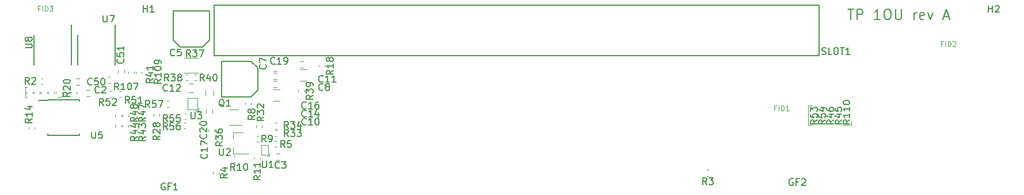
<source format=gbr>
G04 #@! TF.GenerationSoftware,KiCad,Pcbnew,(5.1.5)-3*
G04 #@! TF.CreationDate,2022-01-27T06:12:11+01:00*
G04 #@! TF.ProjectId,Riser Tioga Pass 1OU 1xPCIe x16,52697365-7220-4546-996f-676120506173,rev?*
G04 #@! TF.SameCoordinates,PX40f1fa0PY623a7c0*
G04 #@! TF.FileFunction,Legend,Top*
G04 #@! TF.FilePolarity,Positive*
%FSLAX46Y46*%
G04 Gerber Fmt 4.6, Leading zero omitted, Abs format (unit mm)*
G04 Created by KiCad (PCBNEW (5.1.5)-3) date 2022-01-27 06:12:11*
%MOMM*%
%LPD*%
G04 APERTURE LIST*
%ADD10C,0.120000*%
%ADD11C,0.200000*%
%ADD12C,0.150000*%
%ADD13C,0.075000*%
%ADD14C,0.125000*%
G04 APERTURE END LIST*
D10*
X103700000Y-12800000D02*
X103700000Y-12400000D01*
X103100000Y-13000000D02*
X102500000Y-13000000D01*
X97300000Y-13000000D02*
X97900000Y-13000000D01*
X97300000Y-12200000D02*
X97300000Y-13000000D01*
X97300000Y-10100000D02*
X97900000Y-10100000D01*
X97300000Y-10700000D02*
X97300000Y-10100000D01*
X103700000Y-13000000D02*
X103100000Y-13000000D01*
X103700000Y-12800000D02*
X103700000Y-13000000D01*
X97300000Y-10700000D02*
X97300000Y-12200000D01*
X-12400000Y-8800000D02*
X-13000000Y-8800000D01*
X-12400000Y-8600000D02*
X-12400000Y-8800000D01*
X-17800000Y-8900000D02*
X-17600000Y-8900000D01*
X-17800000Y-7400000D02*
X-17800000Y-8900000D01*
X-17600000Y-7400000D02*
X-17800000Y-7400000D01*
D11*
X103150000Y4121429D02*
X104007142Y4121429D01*
X103578571Y2621429D02*
X103578571Y4121429D01*
X104507142Y2621429D02*
X104507142Y4121429D01*
X105078571Y4121429D01*
X105221428Y4050000D01*
X105292857Y3978572D01*
X105364285Y3835715D01*
X105364285Y3621429D01*
X105292857Y3478572D01*
X105221428Y3407143D01*
X105078571Y3335715D01*
X104507142Y3335715D01*
X107935714Y2621429D02*
X107078571Y2621429D01*
X107507142Y2621429D02*
X107507142Y4121429D01*
X107364285Y3907143D01*
X107221428Y3764286D01*
X107078571Y3692858D01*
X108864285Y4121429D02*
X109150000Y4121429D01*
X109292857Y4050000D01*
X109435714Y3907143D01*
X109507142Y3621429D01*
X109507142Y3121429D01*
X109435714Y2835715D01*
X109292857Y2692858D01*
X109150000Y2621429D01*
X108864285Y2621429D01*
X108721428Y2692858D01*
X108578571Y2835715D01*
X108507142Y3121429D01*
X108507142Y3621429D01*
X108578571Y3907143D01*
X108721428Y4050000D01*
X108864285Y4121429D01*
X110150000Y4121429D02*
X110150000Y2907143D01*
X110221428Y2764286D01*
X110292857Y2692858D01*
X110435714Y2621429D01*
X110721428Y2621429D01*
X110864285Y2692858D01*
X110935714Y2764286D01*
X111007142Y2907143D01*
X111007142Y4121429D01*
X112864285Y2621429D02*
X112864285Y3621429D01*
X112864285Y3335715D02*
X112935714Y3478572D01*
X113007142Y3550000D01*
X113150000Y3621429D01*
X113292857Y3621429D01*
X114364285Y2692858D02*
X114221428Y2621429D01*
X113935714Y2621429D01*
X113792857Y2692858D01*
X113721428Y2835715D01*
X113721428Y3407143D01*
X113792857Y3550000D01*
X113935714Y3621429D01*
X114221428Y3621429D01*
X114364285Y3550000D01*
X114435714Y3407143D01*
X114435714Y3264286D01*
X113721428Y3121429D01*
X114935714Y3621429D02*
X115292857Y2621429D01*
X115650000Y3621429D01*
X117292857Y3050000D02*
X118007142Y3050000D01*
X117150000Y2621429D02*
X117650000Y4121429D01*
X118150000Y2621429D01*
D10*
X-4590000Y-12955000D02*
X-4590000Y-13195000D01*
X-3710000Y-13195000D02*
X-3710000Y-12955000D01*
X-2635000Y-11670000D02*
X-2635000Y-11430000D01*
X-3515000Y-11430000D02*
X-3515000Y-11670000D01*
X19550000Y-17230000D02*
X19050000Y-17230000D01*
X19050000Y-18170000D02*
X19550000Y-18170000D01*
X23100000Y-3580000D02*
X22600000Y-3580000D01*
X22600000Y-4520000D02*
X23100000Y-4520000D01*
X18650000Y-7370000D02*
X19150000Y-7370000D01*
X19150000Y-6430000D02*
X18650000Y-6430000D01*
X18650000Y-6170000D02*
X19150000Y-6170000D01*
X19150000Y-5230000D02*
X18650000Y-5230000D01*
X9720000Y-11200000D02*
X9720000Y-10700000D01*
X8780000Y-10700000D02*
X8780000Y-11200000D01*
X19150000Y-4030000D02*
X18650000Y-4030000D01*
X18650000Y-4970000D02*
X19150000Y-4970000D01*
X-10350000Y-7070000D02*
X-9850000Y-7070000D01*
X-9850000Y-6130000D02*
X-10350000Y-6130000D01*
X-4170000Y-4800000D02*
X-4170000Y-5300000D01*
X-3230000Y-5300000D02*
X-3230000Y-4800000D01*
X13525000Y-10640000D02*
X12125000Y-10640000D01*
X12125000Y-12960000D02*
X14025000Y-12960000D01*
X12740000Y-14070000D02*
X14200000Y-14070000D01*
X12740000Y-17230000D02*
X14900000Y-17230000D01*
X12740000Y-17230000D02*
X12740000Y-16300000D01*
X12740000Y-14070000D02*
X12740000Y-15000000D01*
D12*
X9905000Y4770000D02*
X98905000Y4770000D01*
X98905000Y-2730000D02*
X98905000Y4770000D01*
X9905000Y-2730000D02*
X98905000Y-2730000D01*
X9905000Y4770000D02*
X9905000Y-2730000D01*
D10*
X-8875000Y-8770000D02*
X-8375000Y-8770000D01*
X-8375000Y-7830000D02*
X-8875000Y-7830000D01*
D12*
X9250000Y3875000D02*
X9250000Y-425000D01*
X8250000Y-1425000D02*
X4950000Y-1425000D01*
X3950000Y3875000D02*
X3950000Y-425000D01*
X3950000Y3875000D02*
X9250000Y3875000D01*
X4950000Y-1425000D02*
X3950000Y-425000D01*
X9250000Y-425000D02*
X8250000Y-1425000D01*
X15350000Y-3525000D02*
X16350000Y-4525000D01*
X16350000Y-7825000D02*
X15350000Y-8825000D01*
X11050000Y-8825000D02*
X11050000Y-3525000D01*
X11050000Y-8825000D02*
X15350000Y-8825000D01*
X16350000Y-4525000D02*
X16350000Y-7825000D01*
X11050000Y-3525000D02*
X15350000Y-3525000D01*
D10*
X23550000Y-4775000D02*
X22550000Y-4775000D01*
X22550000Y-6475000D02*
X23550000Y-6475000D01*
X18600000Y-9450000D02*
X19600000Y-9450000D01*
X19600000Y-7750000D02*
X18600000Y-7750000D01*
X6200000Y-6900000D02*
X6900000Y-6900000D01*
X6900000Y-8100000D02*
X6200000Y-8100000D01*
X9850000Y-7900000D02*
X9850000Y-8600000D01*
X8650000Y-8600000D02*
X8650000Y-7900000D01*
X7550000Y-5220000D02*
X5550000Y-5220000D01*
X5550000Y-3080000D02*
X7550000Y-3080000D01*
D13*
X7459000Y-10687500D02*
X7459000Y-9012500D01*
X7459000Y-10687500D02*
X6041000Y-10687500D01*
X6041000Y-10687500D02*
X6041000Y-9012500D01*
X7459000Y-9012500D02*
X6041000Y-9012500D01*
X7650000Y-10450000D02*
X7650000Y-10800000D01*
X7650000Y-10800000D02*
X7650000Y-10850000D01*
X7650000Y-10850000D02*
X7200000Y-10850000D01*
D12*
X-14550000Y-9200000D02*
X-14550000Y-9325000D01*
X-9900000Y-9200000D02*
X-9900000Y-9425000D01*
X-9900000Y-14450000D02*
X-9900000Y-14225000D01*
X-14550000Y-14450000D02*
X-14550000Y-14225000D01*
X-14550000Y-9200000D02*
X-9900000Y-9200000D01*
X-14550000Y-14450000D02*
X-9900000Y-14450000D01*
X-14550000Y-9325000D02*
X-15900000Y-9325000D01*
X-4600000Y1875000D02*
X-4600000Y-4100000D01*
X-10125000Y300000D02*
X-10125000Y-4100000D01*
X-16575000Y300000D02*
X-16575000Y-4100000D01*
X-11050000Y1875000D02*
X-11050000Y-4100000D01*
D13*
X17900000Y-17350000D02*
X17900000Y-15950000D01*
X17900000Y-15950000D02*
X16900000Y-15950000D01*
X16900000Y-15950000D02*
X16900000Y-17350000D01*
X17900000Y-17350000D02*
X16900000Y-17350000D01*
X18050000Y-17150000D02*
X18050000Y-17500000D01*
X18050000Y-17500000D02*
X17700000Y-17500000D01*
D10*
X-15255000Y-6110000D02*
X-15495000Y-6110000D01*
X-15495000Y-6990000D02*
X-15255000Y-6990000D01*
X82430000Y-20490000D02*
X82670000Y-20490000D01*
X82670000Y-19610000D02*
X82430000Y-19610000D01*
X10615000Y-20120000D02*
X10615000Y-19880000D01*
X9735000Y-19880000D02*
X9735000Y-20120000D01*
X18830000Y-16190000D02*
X19070000Y-16190000D01*
X19070000Y-15310000D02*
X18830000Y-15310000D01*
X15365000Y-9895000D02*
X15365000Y-9655000D01*
X14485000Y-9655000D02*
X14485000Y-9895000D01*
X16470000Y-14535000D02*
X16230000Y-14535000D01*
X16230000Y-15415000D02*
X16470000Y-15415000D01*
X12780000Y-18490000D02*
X13020000Y-18490000D01*
X13020000Y-17610000D02*
X12780000Y-17610000D01*
X16715000Y-17995000D02*
X16715000Y-17755000D01*
X15835000Y-17755000D02*
X15835000Y-17995000D01*
X-17365000Y-13265000D02*
X-17365000Y-13505000D01*
X-16485000Y-13505000D02*
X-16485000Y-13265000D01*
X26190000Y-4370000D02*
X26190000Y-4130000D01*
X25310000Y-4130000D02*
X25310000Y-4370000D01*
X-11165000Y-8030000D02*
X-11165000Y-8270000D01*
X-10285000Y-8270000D02*
X-10285000Y-8030000D01*
X1915000Y-11570000D02*
X1915000Y-11330000D01*
X1035000Y-11330000D02*
X1035000Y-11570000D01*
X16965000Y-13295000D02*
X16965000Y-13055000D01*
X16085000Y-13055000D02*
X16085000Y-13295000D01*
X19145000Y-13760000D02*
X18905000Y-13760000D01*
X18905000Y-14640000D02*
X19145000Y-14640000D01*
X18905000Y-13540000D02*
X19145000Y-13540000D01*
X19145000Y-12660000D02*
X18905000Y-12660000D01*
X9085000Y-13655000D02*
X9085000Y-13895000D01*
X9965000Y-13895000D02*
X9965000Y-13655000D01*
X5805000Y-6365000D02*
X6045000Y-6365000D01*
X6045000Y-5485000D02*
X5805000Y-5485000D01*
X23215000Y-8070000D02*
X23215000Y-7830000D01*
X22335000Y-7830000D02*
X22335000Y-8070000D01*
X7055000Y-6365000D02*
X7295000Y-6365000D01*
X7295000Y-5485000D02*
X7055000Y-5485000D01*
X-1810000Y-5335000D02*
X-1810000Y-5095000D01*
X-2690000Y-5095000D02*
X-2690000Y-5335000D01*
X-3515000Y-12955000D02*
X-3515000Y-13195000D01*
X-2635000Y-13195000D02*
X-2635000Y-12955000D01*
X-14440000Y-8030000D02*
X-14440000Y-8270000D01*
X-13560000Y-8270000D02*
X-13560000Y-8030000D01*
X-15515000Y-8030000D02*
X-15515000Y-8270000D01*
X-14635000Y-8270000D02*
X-14635000Y-8030000D01*
X-3710000Y-11670000D02*
X-3710000Y-11430000D01*
X-4590000Y-11430000D02*
X-4590000Y-11670000D01*
X-3780000Y-7960000D02*
X-4020000Y-7960000D01*
X-4020000Y-8840000D02*
X-3780000Y-8840000D01*
X-5420000Y-8840000D02*
X-5180000Y-8840000D01*
X-5180000Y-7960000D02*
X-5420000Y-7960000D01*
X-17640000Y-8030000D02*
X-17640000Y-8270000D01*
X-16760000Y-8270000D02*
X-16760000Y-8030000D01*
X-16590000Y-8030000D02*
X-16590000Y-8270000D01*
X-15710000Y-8270000D02*
X-15710000Y-8030000D01*
X5580000Y-12115000D02*
X5820000Y-12115000D01*
X5820000Y-11235000D02*
X5580000Y-11235000D01*
X5745000Y-12635000D02*
X5505000Y-12635000D01*
X5505000Y-13515000D02*
X5745000Y-13515000D01*
X2980000Y-10315000D02*
X3220000Y-10315000D01*
X3220000Y-9435000D02*
X2980000Y-9435000D01*
X-5380000Y-5885000D02*
X-5620000Y-5885000D01*
X-5620000Y-6765000D02*
X-5380000Y-6765000D01*
X-735000Y-5345000D02*
X-735000Y-5105000D01*
X-1615000Y-5105000D02*
X-1615000Y-5345000D01*
X-12435000Y-8270000D02*
X-12435000Y-8030000D01*
X-13315000Y-8030000D02*
X-13315000Y-8270000D01*
D12*
X-1347620Y-14642857D02*
X-1823810Y-14976190D01*
X-1347620Y-15214285D02*
X-2347620Y-15214285D01*
X-2347620Y-14833333D01*
X-2300000Y-14738095D01*
X-2252381Y-14690476D01*
X-2157143Y-14642857D01*
X-2014286Y-14642857D01*
X-1919048Y-14690476D01*
X-1871429Y-14738095D01*
X-1823810Y-14833333D01*
X-1823810Y-15214285D01*
X-2014286Y-13785714D02*
X-1347620Y-13785714D01*
X-2395239Y-14023809D02*
X-1680953Y-14261904D01*
X-1680953Y-13642857D01*
X-2014286Y-12833333D02*
X-1347620Y-12833333D01*
X-2395239Y-13071428D02*
X-1680953Y-13309523D01*
X-1680953Y-12690476D01*
X-147620Y-11842857D02*
X-623810Y-12176190D01*
X-147620Y-12414285D02*
X-1147620Y-12414285D01*
X-1147620Y-12033333D01*
X-1100000Y-11938095D01*
X-1052381Y-11890476D01*
X-957143Y-11842857D01*
X-814286Y-11842857D01*
X-719048Y-11890476D01*
X-671429Y-11938095D01*
X-623810Y-12033333D01*
X-623810Y-12414285D01*
X-814286Y-10985714D02*
X-147620Y-10985714D01*
X-1195239Y-11223809D02*
X-480953Y-11461904D01*
X-480953Y-10842857D01*
X-1147620Y-10557142D02*
X-1147620Y-9890476D01*
X-147620Y-10319047D01*
X19533333Y-19257142D02*
X19485714Y-19304761D01*
X19342857Y-19352380D01*
X19247619Y-19352380D01*
X19104761Y-19304761D01*
X19009523Y-19209523D01*
X18961904Y-19114285D01*
X18914285Y-18923809D01*
X18914285Y-18780952D01*
X18961904Y-18590476D01*
X19009523Y-18495238D01*
X19104761Y-18400000D01*
X19247619Y-18352380D01*
X19342857Y-18352380D01*
X19485714Y-18400000D01*
X19533333Y-18447619D01*
X19866666Y-18352380D02*
X20485714Y-18352380D01*
X20152380Y-18733333D01*
X20295238Y-18733333D01*
X20390476Y-18780952D01*
X20438095Y-18828571D01*
X20485714Y-18923809D01*
X20485714Y-19161904D01*
X20438095Y-19257142D01*
X20390476Y-19304761D01*
X20295238Y-19352380D01*
X20009523Y-19352380D01*
X19914285Y-19304761D01*
X19866666Y-19257142D01*
X25957142Y-6557142D02*
X25909523Y-6604761D01*
X25766666Y-6652380D01*
X25671428Y-6652380D01*
X25528571Y-6604761D01*
X25433333Y-6509523D01*
X25385714Y-6414285D01*
X25338095Y-6223809D01*
X25338095Y-6080952D01*
X25385714Y-5890476D01*
X25433333Y-5795238D01*
X25528571Y-5700000D01*
X25671428Y-5652380D01*
X25766666Y-5652380D01*
X25909523Y-5700000D01*
X25957142Y-5747619D01*
X26909523Y-6652380D02*
X26338095Y-6652380D01*
X26623809Y-6652380D02*
X26623809Y-5652380D01*
X26528571Y-5795238D01*
X26433333Y-5890476D01*
X26338095Y-5938095D01*
X27861904Y-6652380D02*
X27290476Y-6652380D01*
X27576190Y-6652380D02*
X27576190Y-5652380D01*
X27480952Y-5795238D01*
X27385714Y-5890476D01*
X27290476Y-5938095D01*
X23457142Y-11657142D02*
X23409523Y-11704761D01*
X23266666Y-11752380D01*
X23171428Y-11752380D01*
X23028571Y-11704761D01*
X22933333Y-11609523D01*
X22885714Y-11514285D01*
X22838095Y-11323809D01*
X22838095Y-11180952D01*
X22885714Y-10990476D01*
X22933333Y-10895238D01*
X23028571Y-10800000D01*
X23171428Y-10752380D01*
X23266666Y-10752380D01*
X23409523Y-10800000D01*
X23457142Y-10847619D01*
X24409523Y-11752380D02*
X23838095Y-11752380D01*
X24123809Y-11752380D02*
X24123809Y-10752380D01*
X24028571Y-10895238D01*
X23933333Y-10990476D01*
X23838095Y-11038095D01*
X25266666Y-11085714D02*
X25266666Y-11752380D01*
X25028571Y-10704761D02*
X24790476Y-11419047D01*
X25409523Y-11419047D01*
X23457142Y-10457142D02*
X23409523Y-10504761D01*
X23266666Y-10552380D01*
X23171428Y-10552380D01*
X23028571Y-10504761D01*
X22933333Y-10409523D01*
X22885714Y-10314285D01*
X22838095Y-10123809D01*
X22838095Y-9980952D01*
X22885714Y-9790476D01*
X22933333Y-9695238D01*
X23028571Y-9600000D01*
X23171428Y-9552380D01*
X23266666Y-9552380D01*
X23409523Y-9600000D01*
X23457142Y-9647619D01*
X24409523Y-10552380D02*
X23838095Y-10552380D01*
X24123809Y-10552380D02*
X24123809Y-9552380D01*
X24028571Y-9695238D01*
X23933333Y-9790476D01*
X23838095Y-9838095D01*
X25266666Y-9552380D02*
X25076190Y-9552380D01*
X24980952Y-9600000D01*
X24933333Y-9647619D01*
X24838095Y-9790476D01*
X24790476Y-9980952D01*
X24790476Y-10361904D01*
X24838095Y-10457142D01*
X24885714Y-10504761D01*
X24980952Y-10552380D01*
X25171428Y-10552380D01*
X25266666Y-10504761D01*
X25314285Y-10457142D01*
X25361904Y-10361904D01*
X25361904Y-10123809D01*
X25314285Y-10028571D01*
X25266666Y-9980952D01*
X25171428Y-9933333D01*
X24980952Y-9933333D01*
X24885714Y-9980952D01*
X24838095Y-10028571D01*
X24790476Y-10123809D01*
X8857142Y-17242857D02*
X8904761Y-17290476D01*
X8952380Y-17433333D01*
X8952380Y-17528571D01*
X8904761Y-17671428D01*
X8809523Y-17766666D01*
X8714285Y-17814285D01*
X8523809Y-17861904D01*
X8380952Y-17861904D01*
X8190476Y-17814285D01*
X8095238Y-17766666D01*
X8000000Y-17671428D01*
X7952380Y-17528571D01*
X7952380Y-17433333D01*
X8000000Y-17290476D01*
X8047619Y-17242857D01*
X8952380Y-16290476D02*
X8952380Y-16861904D01*
X8952380Y-16576190D02*
X7952380Y-16576190D01*
X8095238Y-16671428D01*
X8190476Y-16766666D01*
X8238095Y-16861904D01*
X7952380Y-15957142D02*
X7952380Y-15290476D01*
X8952380Y-15719047D01*
X18857142Y-3857142D02*
X18809523Y-3904761D01*
X18666666Y-3952380D01*
X18571428Y-3952380D01*
X18428571Y-3904761D01*
X18333333Y-3809523D01*
X18285714Y-3714285D01*
X18238095Y-3523809D01*
X18238095Y-3380952D01*
X18285714Y-3190476D01*
X18333333Y-3095238D01*
X18428571Y-3000000D01*
X18571428Y-2952380D01*
X18666666Y-2952380D01*
X18809523Y-3000000D01*
X18857142Y-3047619D01*
X19809523Y-3952380D02*
X19238095Y-3952380D01*
X19523809Y-3952380D02*
X19523809Y-2952380D01*
X19428571Y-3095238D01*
X19333333Y-3190476D01*
X19238095Y-3238095D01*
X20285714Y-3952380D02*
X20476190Y-3952380D01*
X20571428Y-3904761D01*
X20619047Y-3857142D01*
X20714285Y-3714285D01*
X20761904Y-3523809D01*
X20761904Y-3142857D01*
X20714285Y-3047619D01*
X20666666Y-3000000D01*
X20571428Y-2952380D01*
X20380952Y-2952380D01*
X20285714Y-3000000D01*
X20238095Y-3047619D01*
X20190476Y-3142857D01*
X20190476Y-3380952D01*
X20238095Y-3476190D01*
X20285714Y-3523809D01*
X20380952Y-3571428D01*
X20571428Y-3571428D01*
X20666666Y-3523809D01*
X20714285Y-3476190D01*
X20761904Y-3380952D01*
X-8042858Y-6957142D02*
X-8090477Y-7004761D01*
X-8233334Y-7052380D01*
X-8328572Y-7052380D01*
X-8471429Y-7004761D01*
X-8566667Y-6909523D01*
X-8614286Y-6814285D01*
X-8661905Y-6623809D01*
X-8661905Y-6480952D01*
X-8614286Y-6290476D01*
X-8566667Y-6195238D01*
X-8471429Y-6100000D01*
X-8328572Y-6052380D01*
X-8233334Y-6052380D01*
X-8090477Y-6100000D01*
X-8042858Y-6147619D01*
X-7138096Y-6052380D02*
X-7614286Y-6052380D01*
X-7661905Y-6528571D01*
X-7614286Y-6480952D01*
X-7519048Y-6433333D01*
X-7280953Y-6433333D01*
X-7185715Y-6480952D01*
X-7138096Y-6528571D01*
X-7090477Y-6623809D01*
X-7090477Y-6861904D01*
X-7138096Y-6957142D01*
X-7185715Y-7004761D01*
X-7280953Y-7052380D01*
X-7519048Y-7052380D01*
X-7614286Y-7004761D01*
X-7661905Y-6957142D01*
X-6471429Y-6052380D02*
X-6376191Y-6052380D01*
X-6280953Y-6100000D01*
X-6233334Y-6147619D01*
X-6185715Y-6242857D01*
X-6138096Y-6433333D01*
X-6138096Y-6671428D01*
X-6185715Y-6861904D01*
X-6233334Y-6957142D01*
X-6280953Y-7004761D01*
X-6376191Y-7052380D01*
X-6471429Y-7052380D01*
X-6566667Y-7004761D01*
X-6614286Y-6957142D01*
X-6661905Y-6861904D01*
X-6709524Y-6671428D01*
X-6709524Y-6433333D01*
X-6661905Y-6242857D01*
X-6614286Y-6147619D01*
X-6566667Y-6100000D01*
X-6471429Y-6052380D01*
X-3442858Y-3242857D02*
X-3395239Y-3290476D01*
X-3347620Y-3433333D01*
X-3347620Y-3528571D01*
X-3395239Y-3671428D01*
X-3490477Y-3766666D01*
X-3585715Y-3814285D01*
X-3776191Y-3861904D01*
X-3919048Y-3861904D01*
X-4109524Y-3814285D01*
X-4204762Y-3766666D01*
X-4300000Y-3671428D01*
X-4347620Y-3528571D01*
X-4347620Y-3433333D01*
X-4300000Y-3290476D01*
X-4252381Y-3242857D01*
X-4347620Y-2338095D02*
X-4347620Y-2814285D01*
X-3871429Y-2861904D01*
X-3919048Y-2814285D01*
X-3966667Y-2719047D01*
X-3966667Y-2480952D01*
X-3919048Y-2385714D01*
X-3871429Y-2338095D01*
X-3776191Y-2290476D01*
X-3538096Y-2290476D01*
X-3442858Y-2338095D01*
X-3395239Y-2385714D01*
X-3347620Y-2480952D01*
X-3347620Y-2719047D01*
X-3395239Y-2814285D01*
X-3442858Y-2861904D01*
X-3347620Y-1338095D02*
X-3347620Y-1909523D01*
X-3347620Y-1623809D02*
X-4347620Y-1623809D01*
X-4204762Y-1719047D01*
X-4109524Y-1814285D01*
X-4061905Y-1909523D01*
X11404761Y-10247619D02*
X11309523Y-10200000D01*
X11214285Y-10104761D01*
X11071428Y-9961904D01*
X10976190Y-9914285D01*
X10880952Y-9914285D01*
X10928571Y-10152380D02*
X10833333Y-10104761D01*
X10738095Y-10009523D01*
X10690476Y-9819047D01*
X10690476Y-9485714D01*
X10738095Y-9295238D01*
X10833333Y-9200000D01*
X10928571Y-9152380D01*
X11119047Y-9152380D01*
X11214285Y-9200000D01*
X11309523Y-9295238D01*
X11357142Y-9485714D01*
X11357142Y-9819047D01*
X11309523Y-10009523D01*
X11214285Y-10104761D01*
X11119047Y-10152380D01*
X10928571Y-10152380D01*
X12309523Y-10152380D02*
X11738095Y-10152380D01*
X12023809Y-10152380D02*
X12023809Y-9152380D01*
X11928571Y-9295238D01*
X11833333Y-9390476D01*
X11738095Y-9438095D01*
X10738095Y-16452380D02*
X10738095Y-17261904D01*
X10785714Y-17357142D01*
X10833333Y-17404761D01*
X10928571Y-17452380D01*
X11119047Y-17452380D01*
X11214285Y-17404761D01*
X11261904Y-17357142D01*
X11309523Y-17261904D01*
X11309523Y-16452380D01*
X11738095Y-16547619D02*
X11785714Y-16500000D01*
X11880952Y-16452380D01*
X12119047Y-16452380D01*
X12214285Y-16500000D01*
X12261904Y-16547619D01*
X12309523Y-16642857D01*
X12309523Y-16738095D01*
X12261904Y-16880952D01*
X11690476Y-17452380D01*
X12309523Y-17452380D01*
X2702142Y-21580000D02*
X2606904Y-21532380D01*
X2464047Y-21532380D01*
X2321190Y-21580000D01*
X2225952Y-21675238D01*
X2178333Y-21770476D01*
X2130714Y-21960952D01*
X2130714Y-22103809D01*
X2178333Y-22294285D01*
X2225952Y-22389523D01*
X2321190Y-22484761D01*
X2464047Y-22532380D01*
X2559285Y-22532380D01*
X2702142Y-22484761D01*
X2749761Y-22437142D01*
X2749761Y-22103809D01*
X2559285Y-22103809D01*
X3511666Y-22008571D02*
X3178333Y-22008571D01*
X3178333Y-22532380D02*
X3178333Y-21532380D01*
X3654523Y-21532380D01*
X4559285Y-22532380D02*
X3987857Y-22532380D01*
X4273571Y-22532380D02*
X4273571Y-21532380D01*
X4178333Y-21675238D01*
X4083095Y-21770476D01*
X3987857Y-21818095D01*
X95082142Y-20925000D02*
X94986904Y-20877380D01*
X94844047Y-20877380D01*
X94701190Y-20925000D01*
X94605952Y-21020238D01*
X94558333Y-21115476D01*
X94510714Y-21305952D01*
X94510714Y-21448809D01*
X94558333Y-21639285D01*
X94605952Y-21734523D01*
X94701190Y-21829761D01*
X94844047Y-21877380D01*
X94939285Y-21877380D01*
X95082142Y-21829761D01*
X95129761Y-21782142D01*
X95129761Y-21448809D01*
X94939285Y-21448809D01*
X95891666Y-21353571D02*
X95558333Y-21353571D01*
X95558333Y-21877380D02*
X95558333Y-20877380D01*
X96034523Y-20877380D01*
X96367857Y-20972619D02*
X96415476Y-20925000D01*
X96510714Y-20877380D01*
X96748809Y-20877380D01*
X96844047Y-20925000D01*
X96891666Y-20972619D01*
X96939285Y-21067857D01*
X96939285Y-21163095D01*
X96891666Y-21305952D01*
X96320238Y-21877380D01*
X96939285Y-21877380D01*
D14*
X92596428Y-10446428D02*
X92346428Y-10446428D01*
X92346428Y-10839285D02*
X92346428Y-10089285D01*
X92703571Y-10089285D01*
X92989285Y-10839285D02*
X92989285Y-10089285D01*
X93346428Y-10839285D02*
X93346428Y-10089285D01*
X93525000Y-10089285D01*
X93632142Y-10125000D01*
X93703571Y-10196428D01*
X93739285Y-10267857D01*
X93775000Y-10410714D01*
X93775000Y-10517857D01*
X93739285Y-10660714D01*
X93703571Y-10732142D01*
X93632142Y-10803571D01*
X93525000Y-10839285D01*
X93346428Y-10839285D01*
X94489285Y-10839285D02*
X94060714Y-10839285D01*
X94275000Y-10839285D02*
X94275000Y-10089285D01*
X94203571Y-10196428D01*
X94132142Y-10267857D01*
X94060714Y-10303571D01*
X117096428Y-946428D02*
X116846428Y-946428D01*
X116846428Y-1339285D02*
X116846428Y-589285D01*
X117203571Y-589285D01*
X117489285Y-1339285D02*
X117489285Y-589285D01*
X117846428Y-1339285D02*
X117846428Y-589285D01*
X118025000Y-589285D01*
X118132142Y-625000D01*
X118203571Y-696428D01*
X118239285Y-767857D01*
X118275000Y-910714D01*
X118275000Y-1017857D01*
X118239285Y-1160714D01*
X118203571Y-1232142D01*
X118132142Y-1303571D01*
X118025000Y-1339285D01*
X117846428Y-1339285D01*
X118560714Y-660714D02*
X118596428Y-625000D01*
X118667857Y-589285D01*
X118846428Y-589285D01*
X118917857Y-625000D01*
X118953571Y-660714D01*
X118989285Y-732142D01*
X118989285Y-803571D01*
X118953571Y-910714D01*
X118525000Y-1339285D01*
X118989285Y-1339285D01*
X-15703572Y4253572D02*
X-15953572Y4253572D01*
X-15953572Y3860715D02*
X-15953572Y4610715D01*
X-15596429Y4610715D01*
X-15310715Y3860715D02*
X-15310715Y4610715D01*
X-14953572Y3860715D02*
X-14953572Y4610715D01*
X-14775000Y4610715D01*
X-14667858Y4575000D01*
X-14596429Y4503572D01*
X-14560715Y4432143D01*
X-14525000Y4289286D01*
X-14525000Y4182143D01*
X-14560715Y4039286D01*
X-14596429Y3967858D01*
X-14667858Y3896429D01*
X-14775000Y3860715D01*
X-14953572Y3860715D01*
X-14275000Y4610715D02*
X-13810715Y4610715D01*
X-14060715Y4325000D01*
X-13953572Y4325000D01*
X-13882143Y4289286D01*
X-13846429Y4253572D01*
X-13810715Y4182143D01*
X-13810715Y4003572D01*
X-13846429Y3932143D01*
X-13882143Y3896429D01*
X-13953572Y3860715D01*
X-14167858Y3860715D01*
X-14239286Y3896429D01*
X-14275000Y3932143D01*
D12*
X99328571Y-2504761D02*
X99471428Y-2552380D01*
X99709523Y-2552380D01*
X99804761Y-2504761D01*
X99852380Y-2457142D01*
X99900000Y-2361904D01*
X99900000Y-2266666D01*
X99852380Y-2171428D01*
X99804761Y-2123809D01*
X99709523Y-2076190D01*
X99519047Y-2028571D01*
X99423809Y-1980952D01*
X99376190Y-1933333D01*
X99328571Y-1838095D01*
X99328571Y-1742857D01*
X99376190Y-1647619D01*
X99423809Y-1600000D01*
X99519047Y-1552380D01*
X99757142Y-1552380D01*
X99900000Y-1600000D01*
X100804761Y-2552380D02*
X100328571Y-2552380D01*
X100328571Y-1552380D01*
X101328571Y-1552380D02*
X101519047Y-1552380D01*
X101614285Y-1600000D01*
X101709523Y-1695238D01*
X101757142Y-1885714D01*
X101757142Y-2219047D01*
X101709523Y-2409523D01*
X101614285Y-2504761D01*
X101519047Y-2552380D01*
X101328571Y-2552380D01*
X101233333Y-2504761D01*
X101138095Y-2409523D01*
X101090476Y-2219047D01*
X101090476Y-1885714D01*
X101138095Y-1695238D01*
X101233333Y-1600000D01*
X101328571Y-1552380D01*
X102042857Y-1552380D02*
X102614285Y-1552380D01*
X102328571Y-2552380D02*
X102328571Y-1552380D01*
X103471428Y-2552380D02*
X102900000Y-2552380D01*
X103185714Y-2552380D02*
X103185714Y-1552380D01*
X103090476Y-1695238D01*
X102995238Y-1790476D01*
X102900000Y-1838095D01*
X-6966667Y-8157142D02*
X-7014286Y-8204761D01*
X-7157143Y-8252380D01*
X-7252381Y-8252380D01*
X-7395239Y-8204761D01*
X-7490477Y-8109523D01*
X-7538096Y-8014285D01*
X-7585715Y-7823809D01*
X-7585715Y-7680952D01*
X-7538096Y-7490476D01*
X-7490477Y-7395238D01*
X-7395239Y-7300000D01*
X-7252381Y-7252380D01*
X-7157143Y-7252380D01*
X-7014286Y-7300000D01*
X-6966667Y-7347619D01*
X-6585715Y-7347619D02*
X-6538096Y-7300000D01*
X-6442858Y-7252380D01*
X-6204762Y-7252380D01*
X-6109524Y-7300000D01*
X-6061905Y-7347619D01*
X-6014286Y-7442857D01*
X-6014286Y-7538095D01*
X-6061905Y-7680952D01*
X-6633334Y-8252380D01*
X-6014286Y-8252380D01*
X4133333Y-2657142D02*
X4085714Y-2704761D01*
X3942857Y-2752380D01*
X3847619Y-2752380D01*
X3704761Y-2704761D01*
X3609523Y-2609523D01*
X3561904Y-2514285D01*
X3514285Y-2323809D01*
X3514285Y-2180952D01*
X3561904Y-1990476D01*
X3609523Y-1895238D01*
X3704761Y-1800000D01*
X3847619Y-1752380D01*
X3942857Y-1752380D01*
X4085714Y-1800000D01*
X4133333Y-1847619D01*
X5038095Y-1752380D02*
X4561904Y-1752380D01*
X4514285Y-2228571D01*
X4561904Y-2180952D01*
X4657142Y-2133333D01*
X4895238Y-2133333D01*
X4990476Y-2180952D01*
X5038095Y-2228571D01*
X5085714Y-2323809D01*
X5085714Y-2561904D01*
X5038095Y-2657142D01*
X4990476Y-2704761D01*
X4895238Y-2752380D01*
X4657142Y-2752380D01*
X4561904Y-2704761D01*
X4514285Y-2657142D01*
X17507142Y-4066666D02*
X17554761Y-4114285D01*
X17602380Y-4257142D01*
X17602380Y-4352380D01*
X17554761Y-4495238D01*
X17459523Y-4590476D01*
X17364285Y-4638095D01*
X17173809Y-4685714D01*
X17030952Y-4685714D01*
X16840476Y-4638095D01*
X16745238Y-4590476D01*
X16650000Y-4495238D01*
X16602380Y-4352380D01*
X16602380Y-4257142D01*
X16650000Y-4114285D01*
X16697619Y-4066666D01*
X16602380Y-3733333D02*
X16602380Y-3066666D01*
X17602380Y-3495238D01*
X25933333Y-7757142D02*
X25885714Y-7804761D01*
X25742857Y-7852380D01*
X25647619Y-7852380D01*
X25504761Y-7804761D01*
X25409523Y-7709523D01*
X25361904Y-7614285D01*
X25314285Y-7423809D01*
X25314285Y-7280952D01*
X25361904Y-7090476D01*
X25409523Y-6995238D01*
X25504761Y-6900000D01*
X25647619Y-6852380D01*
X25742857Y-6852380D01*
X25885714Y-6900000D01*
X25933333Y-6947619D01*
X26504761Y-7280952D02*
X26409523Y-7233333D01*
X26361904Y-7185714D01*
X26314285Y-7090476D01*
X26314285Y-7042857D01*
X26361904Y-6947619D01*
X26409523Y-6900000D01*
X26504761Y-6852380D01*
X26695238Y-6852380D01*
X26790476Y-6900000D01*
X26838095Y-6947619D01*
X26885714Y-7042857D01*
X26885714Y-7090476D01*
X26838095Y-7185714D01*
X26790476Y-7233333D01*
X26695238Y-7280952D01*
X26504761Y-7280952D01*
X26409523Y-7328571D01*
X26361904Y-7376190D01*
X26314285Y-7471428D01*
X26314285Y-7661904D01*
X26361904Y-7757142D01*
X26409523Y-7804761D01*
X26504761Y-7852380D01*
X26695238Y-7852380D01*
X26790476Y-7804761D01*
X26838095Y-7757142D01*
X26885714Y-7661904D01*
X26885714Y-7471428D01*
X26838095Y-7376190D01*
X26790476Y-7328571D01*
X26695238Y-7280952D01*
X23457142Y-12857142D02*
X23409523Y-12904761D01*
X23266666Y-12952380D01*
X23171428Y-12952380D01*
X23028571Y-12904761D01*
X22933333Y-12809523D01*
X22885714Y-12714285D01*
X22838095Y-12523809D01*
X22838095Y-12380952D01*
X22885714Y-12190476D01*
X22933333Y-12095238D01*
X23028571Y-12000000D01*
X23171428Y-11952380D01*
X23266666Y-11952380D01*
X23409523Y-12000000D01*
X23457142Y-12047619D01*
X24409523Y-12952380D02*
X23838095Y-12952380D01*
X24123809Y-12952380D02*
X24123809Y-11952380D01*
X24028571Y-12095238D01*
X23933333Y-12190476D01*
X23838095Y-12238095D01*
X25028571Y-11952380D02*
X25123809Y-11952380D01*
X25219047Y-12000000D01*
X25266666Y-12047619D01*
X25314285Y-12142857D01*
X25361904Y-12333333D01*
X25361904Y-12571428D01*
X25314285Y-12761904D01*
X25266666Y-12857142D01*
X25219047Y-12904761D01*
X25123809Y-12952380D01*
X25028571Y-12952380D01*
X24933333Y-12904761D01*
X24885714Y-12857142D01*
X24838095Y-12761904D01*
X24790476Y-12571428D01*
X24790476Y-12333333D01*
X24838095Y-12142857D01*
X24885714Y-12047619D01*
X24933333Y-12000000D01*
X25028571Y-11952380D01*
X3057142Y-7857142D02*
X3009523Y-7904761D01*
X2866666Y-7952380D01*
X2771428Y-7952380D01*
X2628571Y-7904761D01*
X2533333Y-7809523D01*
X2485714Y-7714285D01*
X2438095Y-7523809D01*
X2438095Y-7380952D01*
X2485714Y-7190476D01*
X2533333Y-7095238D01*
X2628571Y-7000000D01*
X2771428Y-6952380D01*
X2866666Y-6952380D01*
X3009523Y-7000000D01*
X3057142Y-7047619D01*
X4009523Y-7952380D02*
X3438095Y-7952380D01*
X3723809Y-7952380D02*
X3723809Y-6952380D01*
X3628571Y-7095238D01*
X3533333Y-7190476D01*
X3438095Y-7238095D01*
X4390476Y-7047619D02*
X4438095Y-7000000D01*
X4533333Y-6952380D01*
X4771428Y-6952380D01*
X4866666Y-7000000D01*
X4914285Y-7047619D01*
X4961904Y-7142857D01*
X4961904Y-7238095D01*
X4914285Y-7380952D01*
X4342857Y-7952380D01*
X4961904Y-7952380D01*
X8757142Y-14342857D02*
X8804761Y-14390476D01*
X8852380Y-14533333D01*
X8852380Y-14628571D01*
X8804761Y-14771428D01*
X8709523Y-14866666D01*
X8614285Y-14914285D01*
X8423809Y-14961904D01*
X8280952Y-14961904D01*
X8090476Y-14914285D01*
X7995238Y-14866666D01*
X7900000Y-14771428D01*
X7852380Y-14628571D01*
X7852380Y-14533333D01*
X7900000Y-14390476D01*
X7947619Y-14342857D01*
X7947619Y-13961904D02*
X7900000Y-13914285D01*
X7852380Y-13819047D01*
X7852380Y-13580952D01*
X7900000Y-13485714D01*
X7947619Y-13438095D01*
X8042857Y-13390476D01*
X8138095Y-13390476D01*
X8280952Y-13438095D01*
X8852380Y-14009523D01*
X8852380Y-13390476D01*
X7852380Y-12771428D02*
X7852380Y-12676190D01*
X7900000Y-12580952D01*
X7947619Y-12533333D01*
X8042857Y-12485714D01*
X8233333Y-12438095D01*
X8471428Y-12438095D01*
X8661904Y-12485714D01*
X8757142Y-12533333D01*
X8804761Y-12580952D01*
X8852380Y-12676190D01*
X8852380Y-12771428D01*
X8804761Y-12866666D01*
X8757142Y-12914285D01*
X8661904Y-12961904D01*
X8471428Y-13009523D01*
X8233333Y-13009523D01*
X8042857Y-12961904D01*
X7947619Y-12914285D01*
X7900000Y-12866666D01*
X7852380Y-12771428D01*
X-461905Y3697620D02*
X-461905Y4697620D01*
X-461905Y4221429D02*
X109523Y4221429D01*
X109523Y3697620D02*
X109523Y4697620D01*
X1109523Y3697620D02*
X538095Y3697620D01*
X823809Y3697620D02*
X823809Y4697620D01*
X728571Y4554762D01*
X633333Y4459524D01*
X538095Y4411905D01*
X123843095Y3677620D02*
X123843095Y4677620D01*
X123843095Y4201429D02*
X124414523Y4201429D01*
X124414523Y3677620D02*
X124414523Y4677620D01*
X124843095Y4582381D02*
X124890714Y4630000D01*
X124985952Y4677620D01*
X125224047Y4677620D01*
X125319285Y4630000D01*
X125366904Y4582381D01*
X125414523Y4487143D01*
X125414523Y4391905D01*
X125366904Y4249048D01*
X124795476Y3677620D01*
X125414523Y3677620D01*
X6457142Y-2852380D02*
X6123809Y-2376190D01*
X5885714Y-2852380D02*
X5885714Y-1852380D01*
X6266666Y-1852380D01*
X6361904Y-1900000D01*
X6409523Y-1947619D01*
X6457142Y-2042857D01*
X6457142Y-2185714D01*
X6409523Y-2280952D01*
X6361904Y-2328571D01*
X6266666Y-2376190D01*
X5885714Y-2376190D01*
X6790476Y-1852380D02*
X7409523Y-1852380D01*
X7076190Y-2233333D01*
X7219047Y-2233333D01*
X7314285Y-2280952D01*
X7361904Y-2328571D01*
X7409523Y-2423809D01*
X7409523Y-2661904D01*
X7361904Y-2757142D01*
X7314285Y-2804761D01*
X7219047Y-2852380D01*
X6933333Y-2852380D01*
X6838095Y-2804761D01*
X6790476Y-2757142D01*
X7742857Y-1852380D02*
X8409523Y-1852380D01*
X7980952Y-2852380D01*
X6538095Y-11052380D02*
X6538095Y-11861904D01*
X6585714Y-11957142D01*
X6633333Y-12004761D01*
X6728571Y-12052380D01*
X6919047Y-12052380D01*
X7014285Y-12004761D01*
X7061904Y-11957142D01*
X7109523Y-11861904D01*
X7109523Y-11052380D01*
X7490476Y-11052380D02*
X8109523Y-11052380D01*
X7776190Y-11433333D01*
X7919047Y-11433333D01*
X8014285Y-11480952D01*
X8061904Y-11528571D01*
X8109523Y-11623809D01*
X8109523Y-11861904D01*
X8061904Y-11957142D01*
X8014285Y-12004761D01*
X7919047Y-12052380D01*
X7633333Y-12052380D01*
X7538095Y-12004761D01*
X7490476Y-11957142D01*
X-8061905Y-13952380D02*
X-8061905Y-14761904D01*
X-8014286Y-14857142D01*
X-7966667Y-14904761D01*
X-7871429Y-14952380D01*
X-7680953Y-14952380D01*
X-7585715Y-14904761D01*
X-7538096Y-14857142D01*
X-7490477Y-14761904D01*
X-7490477Y-13952380D01*
X-6538096Y-13952380D02*
X-7014286Y-13952380D01*
X-7061905Y-14428571D01*
X-7014286Y-14380952D01*
X-6919048Y-14333333D01*
X-6680953Y-14333333D01*
X-6585715Y-14380952D01*
X-6538096Y-14428571D01*
X-6490477Y-14523809D01*
X-6490477Y-14761904D01*
X-6538096Y-14857142D01*
X-6585715Y-14904761D01*
X-6680953Y-14952380D01*
X-6919048Y-14952380D01*
X-7014286Y-14904761D01*
X-7061905Y-14857142D01*
X-6361905Y3247620D02*
X-6361905Y2438096D01*
X-6314286Y2342858D01*
X-6266667Y2295239D01*
X-6171429Y2247620D01*
X-5980953Y2247620D01*
X-5885715Y2295239D01*
X-5838096Y2342858D01*
X-5790477Y2438096D01*
X-5790477Y3247620D01*
X-5409524Y3247620D02*
X-4742858Y3247620D01*
X-5171429Y2247620D01*
X-17847620Y-1561904D02*
X-17038096Y-1561904D01*
X-16942858Y-1514285D01*
X-16895239Y-1466666D01*
X-16847620Y-1371428D01*
X-16847620Y-1180952D01*
X-16895239Y-1085714D01*
X-16942858Y-1038095D01*
X-17038096Y-990476D01*
X-17847620Y-990476D01*
X-17419048Y-371428D02*
X-17466667Y-466666D01*
X-17514286Y-514285D01*
X-17609524Y-561904D01*
X-17657143Y-561904D01*
X-17752381Y-514285D01*
X-17800000Y-466666D01*
X-17847620Y-371428D01*
X-17847620Y-180952D01*
X-17800000Y-85714D01*
X-17752381Y-38095D01*
X-17657143Y9524D01*
X-17609524Y9524D01*
X-17514286Y-38095D01*
X-17466667Y-85714D01*
X-17419048Y-180952D01*
X-17419048Y-371428D01*
X-17371429Y-466666D01*
X-17323810Y-514285D01*
X-17228572Y-561904D01*
X-17038096Y-561904D01*
X-16942858Y-514285D01*
X-16895239Y-466666D01*
X-16847620Y-371428D01*
X-16847620Y-180952D01*
X-16895239Y-85714D01*
X-16942858Y-38095D01*
X-17038096Y9524D01*
X-17228572Y9524D01*
X-17323810Y-38095D01*
X-17371429Y-85714D01*
X-17419048Y-180952D01*
X17038095Y-18252380D02*
X17038095Y-19061904D01*
X17085714Y-19157142D01*
X17133333Y-19204761D01*
X17228571Y-19252380D01*
X17419047Y-19252380D01*
X17514285Y-19204761D01*
X17561904Y-19157142D01*
X17609523Y-19061904D01*
X17609523Y-18252380D01*
X18609523Y-19252380D02*
X18038095Y-19252380D01*
X18323809Y-19252380D02*
X18323809Y-18252380D01*
X18228571Y-18395238D01*
X18133333Y-18490476D01*
X18038095Y-18538095D01*
X-17266667Y-6952380D02*
X-17600000Y-6476190D01*
X-17838096Y-6952380D02*
X-17838096Y-5952380D01*
X-17457143Y-5952380D01*
X-17361905Y-6000000D01*
X-17314286Y-6047619D01*
X-17266667Y-6142857D01*
X-17266667Y-6285714D01*
X-17314286Y-6380952D01*
X-17361905Y-6428571D01*
X-17457143Y-6476190D01*
X-17838096Y-6476190D01*
X-16885715Y-6047619D02*
X-16838096Y-6000000D01*
X-16742858Y-5952380D01*
X-16504762Y-5952380D01*
X-16409524Y-6000000D01*
X-16361905Y-6047619D01*
X-16314286Y-6142857D01*
X-16314286Y-6238095D01*
X-16361905Y-6380952D01*
X-16933334Y-6952380D01*
X-16314286Y-6952380D01*
X82383333Y-21752380D02*
X82050000Y-21276190D01*
X81811904Y-21752380D02*
X81811904Y-20752380D01*
X82192857Y-20752380D01*
X82288095Y-20800000D01*
X82335714Y-20847619D01*
X82383333Y-20942857D01*
X82383333Y-21085714D01*
X82335714Y-21180952D01*
X82288095Y-21228571D01*
X82192857Y-21276190D01*
X81811904Y-21276190D01*
X82716666Y-20752380D02*
X83335714Y-20752380D01*
X83002380Y-21133333D01*
X83145238Y-21133333D01*
X83240476Y-21180952D01*
X83288095Y-21228571D01*
X83335714Y-21323809D01*
X83335714Y-21561904D01*
X83288095Y-21657142D01*
X83240476Y-21704761D01*
X83145238Y-21752380D01*
X82859523Y-21752380D01*
X82764285Y-21704761D01*
X82716666Y-21657142D01*
X11877380Y-20166666D02*
X11401190Y-20500000D01*
X11877380Y-20738095D02*
X10877380Y-20738095D01*
X10877380Y-20357142D01*
X10925000Y-20261904D01*
X10972619Y-20214285D01*
X11067857Y-20166666D01*
X11210714Y-20166666D01*
X11305952Y-20214285D01*
X11353571Y-20261904D01*
X11401190Y-20357142D01*
X11401190Y-20738095D01*
X11210714Y-19309523D02*
X11877380Y-19309523D01*
X10829761Y-19547619D02*
X11544047Y-19785714D01*
X11544047Y-19166666D01*
X20333333Y-16252380D02*
X20000000Y-15776190D01*
X19761904Y-16252380D02*
X19761904Y-15252380D01*
X20142857Y-15252380D01*
X20238095Y-15300000D01*
X20285714Y-15347619D01*
X20333333Y-15442857D01*
X20333333Y-15585714D01*
X20285714Y-15680952D01*
X20238095Y-15728571D01*
X20142857Y-15776190D01*
X19761904Y-15776190D01*
X21238095Y-15252380D02*
X20761904Y-15252380D01*
X20714285Y-15728571D01*
X20761904Y-15680952D01*
X20857142Y-15633333D01*
X21095238Y-15633333D01*
X21190476Y-15680952D01*
X21238095Y-15728571D01*
X21285714Y-15823809D01*
X21285714Y-16061904D01*
X21238095Y-16157142D01*
X21190476Y-16204761D01*
X21095238Y-16252380D01*
X20857142Y-16252380D01*
X20761904Y-16204761D01*
X20714285Y-16157142D01*
X15952380Y-11566666D02*
X15476190Y-11900000D01*
X15952380Y-12138095D02*
X14952380Y-12138095D01*
X14952380Y-11757142D01*
X15000000Y-11661904D01*
X15047619Y-11614285D01*
X15142857Y-11566666D01*
X15285714Y-11566666D01*
X15380952Y-11614285D01*
X15428571Y-11661904D01*
X15476190Y-11757142D01*
X15476190Y-12138095D01*
X15380952Y-10995238D02*
X15333333Y-11090476D01*
X15285714Y-11138095D01*
X15190476Y-11185714D01*
X15142857Y-11185714D01*
X15047619Y-11138095D01*
X15000000Y-11090476D01*
X14952380Y-10995238D01*
X14952380Y-10804761D01*
X15000000Y-10709523D01*
X15047619Y-10661904D01*
X15142857Y-10614285D01*
X15190476Y-10614285D01*
X15285714Y-10661904D01*
X15333333Y-10709523D01*
X15380952Y-10804761D01*
X15380952Y-10995238D01*
X15428571Y-11090476D01*
X15476190Y-11138095D01*
X15571428Y-11185714D01*
X15761904Y-11185714D01*
X15857142Y-11138095D01*
X15904761Y-11090476D01*
X15952380Y-10995238D01*
X15952380Y-10804761D01*
X15904761Y-10709523D01*
X15857142Y-10661904D01*
X15761904Y-10614285D01*
X15571428Y-10614285D01*
X15476190Y-10661904D01*
X15428571Y-10709523D01*
X15380952Y-10804761D01*
X17533333Y-15452380D02*
X17200000Y-14976190D01*
X16961904Y-15452380D02*
X16961904Y-14452380D01*
X17342857Y-14452380D01*
X17438095Y-14500000D01*
X17485714Y-14547619D01*
X17533333Y-14642857D01*
X17533333Y-14785714D01*
X17485714Y-14880952D01*
X17438095Y-14928571D01*
X17342857Y-14976190D01*
X16961904Y-14976190D01*
X18009523Y-15452380D02*
X18200000Y-15452380D01*
X18295238Y-15404761D01*
X18342857Y-15357142D01*
X18438095Y-15214285D01*
X18485714Y-15023809D01*
X18485714Y-14642857D01*
X18438095Y-14547619D01*
X18390476Y-14500000D01*
X18295238Y-14452380D01*
X18104761Y-14452380D01*
X18009523Y-14500000D01*
X17961904Y-14547619D01*
X17914285Y-14642857D01*
X17914285Y-14880952D01*
X17961904Y-14976190D01*
X18009523Y-15023809D01*
X18104761Y-15071428D01*
X18295238Y-15071428D01*
X18390476Y-15023809D01*
X18438095Y-14976190D01*
X18485714Y-14880952D01*
X12957142Y-19652380D02*
X12623809Y-19176190D01*
X12385714Y-19652380D02*
X12385714Y-18652380D01*
X12766666Y-18652380D01*
X12861904Y-18700000D01*
X12909523Y-18747619D01*
X12957142Y-18842857D01*
X12957142Y-18985714D01*
X12909523Y-19080952D01*
X12861904Y-19128571D01*
X12766666Y-19176190D01*
X12385714Y-19176190D01*
X13909523Y-19652380D02*
X13338095Y-19652380D01*
X13623809Y-19652380D02*
X13623809Y-18652380D01*
X13528571Y-18795238D01*
X13433333Y-18890476D01*
X13338095Y-18938095D01*
X14528571Y-18652380D02*
X14623809Y-18652380D01*
X14719047Y-18700000D01*
X14766666Y-18747619D01*
X14814285Y-18842857D01*
X14861904Y-19033333D01*
X14861904Y-19271428D01*
X14814285Y-19461904D01*
X14766666Y-19557142D01*
X14719047Y-19604761D01*
X14623809Y-19652380D01*
X14528571Y-19652380D01*
X14433333Y-19604761D01*
X14385714Y-19557142D01*
X14338095Y-19461904D01*
X14290476Y-19271428D01*
X14290476Y-19033333D01*
X14338095Y-18842857D01*
X14385714Y-18747619D01*
X14433333Y-18700000D01*
X14528571Y-18652380D01*
X16752380Y-20442857D02*
X16276190Y-20776190D01*
X16752380Y-21014285D02*
X15752380Y-21014285D01*
X15752380Y-20633333D01*
X15800000Y-20538095D01*
X15847619Y-20490476D01*
X15942857Y-20442857D01*
X16085714Y-20442857D01*
X16180952Y-20490476D01*
X16228571Y-20538095D01*
X16276190Y-20633333D01*
X16276190Y-21014285D01*
X16752380Y-19490476D02*
X16752380Y-20061904D01*
X16752380Y-19776190D02*
X15752380Y-19776190D01*
X15895238Y-19871428D01*
X15990476Y-19966666D01*
X16038095Y-20061904D01*
X16752380Y-18538095D02*
X16752380Y-19109523D01*
X16752380Y-18823809D02*
X15752380Y-18823809D01*
X15895238Y-18919047D01*
X15990476Y-19014285D01*
X16038095Y-19109523D01*
X-16847620Y-12042857D02*
X-17323810Y-12376190D01*
X-16847620Y-12614285D02*
X-17847620Y-12614285D01*
X-17847620Y-12233333D01*
X-17800000Y-12138095D01*
X-17752381Y-12090476D01*
X-17657143Y-12042857D01*
X-17514286Y-12042857D01*
X-17419048Y-12090476D01*
X-17371429Y-12138095D01*
X-17323810Y-12233333D01*
X-17323810Y-12614285D01*
X-16847620Y-11090476D02*
X-16847620Y-11661904D01*
X-16847620Y-11376190D02*
X-17847620Y-11376190D01*
X-17704762Y-11471428D01*
X-17609524Y-11566666D01*
X-17561905Y-11661904D01*
X-17514286Y-10233333D02*
X-16847620Y-10233333D01*
X-17895239Y-10471428D02*
X-17180953Y-10709523D01*
X-17180953Y-10090476D01*
X27452380Y-4892857D02*
X26976190Y-5226190D01*
X27452380Y-5464285D02*
X26452380Y-5464285D01*
X26452380Y-5083333D01*
X26500000Y-4988095D01*
X26547619Y-4940476D01*
X26642857Y-4892857D01*
X26785714Y-4892857D01*
X26880952Y-4940476D01*
X26928571Y-4988095D01*
X26976190Y-5083333D01*
X26976190Y-5464285D01*
X27452380Y-3940476D02*
X27452380Y-4511904D01*
X27452380Y-4226190D02*
X26452380Y-4226190D01*
X26595238Y-4321428D01*
X26690476Y-4416666D01*
X26738095Y-4511904D01*
X26880952Y-3369047D02*
X26833333Y-3464285D01*
X26785714Y-3511904D01*
X26690476Y-3559523D01*
X26642857Y-3559523D01*
X26547619Y-3511904D01*
X26500000Y-3464285D01*
X26452380Y-3369047D01*
X26452380Y-3178571D01*
X26500000Y-3083333D01*
X26547619Y-3035714D01*
X26642857Y-2988095D01*
X26690476Y-2988095D01*
X26785714Y-3035714D01*
X26833333Y-3083333D01*
X26880952Y-3178571D01*
X26880952Y-3369047D01*
X26928571Y-3464285D01*
X26976190Y-3511904D01*
X27071428Y-3559523D01*
X27261904Y-3559523D01*
X27357142Y-3511904D01*
X27404761Y-3464285D01*
X27452380Y-3369047D01*
X27452380Y-3178571D01*
X27404761Y-3083333D01*
X27357142Y-3035714D01*
X27261904Y-2988095D01*
X27071428Y-2988095D01*
X26976190Y-3035714D01*
X26928571Y-3083333D01*
X26880952Y-3178571D01*
X-11247620Y-8142857D02*
X-11723810Y-8476190D01*
X-11247620Y-8714285D02*
X-12247620Y-8714285D01*
X-12247620Y-8333333D01*
X-12200000Y-8238095D01*
X-12152381Y-8190476D01*
X-12057143Y-8142857D01*
X-11914286Y-8142857D01*
X-11819048Y-8190476D01*
X-11771429Y-8238095D01*
X-11723810Y-8333333D01*
X-11723810Y-8714285D01*
X-12152381Y-7761904D02*
X-12200000Y-7714285D01*
X-12247620Y-7619047D01*
X-12247620Y-7380952D01*
X-12200000Y-7285714D01*
X-12152381Y-7238095D01*
X-12057143Y-7190476D01*
X-11961905Y-7190476D01*
X-11819048Y-7238095D01*
X-11247620Y-7809523D01*
X-11247620Y-7190476D01*
X-12247620Y-6571428D02*
X-12247620Y-6476190D01*
X-12200000Y-6380952D01*
X-12152381Y-6333333D01*
X-12057143Y-6285714D01*
X-11866667Y-6238095D01*
X-11628572Y-6238095D01*
X-11438096Y-6285714D01*
X-11342858Y-6333333D01*
X-11295239Y-6380952D01*
X-11247620Y-6476190D01*
X-11247620Y-6571428D01*
X-11295239Y-6666666D01*
X-11342858Y-6714285D01*
X-11438096Y-6761904D01*
X-11628572Y-6809523D01*
X-11866667Y-6809523D01*
X-12057143Y-6761904D01*
X-12152381Y-6714285D01*
X-12200000Y-6666666D01*
X-12247620Y-6571428D01*
X1952380Y-14542857D02*
X1476190Y-14876190D01*
X1952380Y-15114285D02*
X952380Y-15114285D01*
X952380Y-14733333D01*
X1000000Y-14638095D01*
X1047619Y-14590476D01*
X1142857Y-14542857D01*
X1285714Y-14542857D01*
X1380952Y-14590476D01*
X1428571Y-14638095D01*
X1476190Y-14733333D01*
X1476190Y-15114285D01*
X1047619Y-14161904D02*
X1000000Y-14114285D01*
X952380Y-14019047D01*
X952380Y-13780952D01*
X1000000Y-13685714D01*
X1047619Y-13638095D01*
X1142857Y-13590476D01*
X1238095Y-13590476D01*
X1380952Y-13638095D01*
X1952380Y-14209523D01*
X1952380Y-13590476D01*
X1380952Y-13019047D02*
X1333333Y-13114285D01*
X1285714Y-13161904D01*
X1190476Y-13209523D01*
X1142857Y-13209523D01*
X1047619Y-13161904D01*
X1000000Y-13114285D01*
X952380Y-13019047D01*
X952380Y-12828571D01*
X1000000Y-12733333D01*
X1047619Y-12685714D01*
X1142857Y-12638095D01*
X1190476Y-12638095D01*
X1285714Y-12685714D01*
X1333333Y-12733333D01*
X1380952Y-12828571D01*
X1380952Y-13019047D01*
X1428571Y-13114285D01*
X1476190Y-13161904D01*
X1571428Y-13209523D01*
X1761904Y-13209523D01*
X1857142Y-13161904D01*
X1904761Y-13114285D01*
X1952380Y-13019047D01*
X1952380Y-12828571D01*
X1904761Y-12733333D01*
X1857142Y-12685714D01*
X1761904Y-12638095D01*
X1571428Y-12638095D01*
X1476190Y-12685714D01*
X1428571Y-12733333D01*
X1380952Y-12828571D01*
X17252380Y-11742857D02*
X16776190Y-12076190D01*
X17252380Y-12314285D02*
X16252380Y-12314285D01*
X16252380Y-11933333D01*
X16300000Y-11838095D01*
X16347619Y-11790476D01*
X16442857Y-11742857D01*
X16585714Y-11742857D01*
X16680952Y-11790476D01*
X16728571Y-11838095D01*
X16776190Y-11933333D01*
X16776190Y-12314285D01*
X16252380Y-11409523D02*
X16252380Y-10790476D01*
X16633333Y-11123809D01*
X16633333Y-10980952D01*
X16680952Y-10885714D01*
X16728571Y-10838095D01*
X16823809Y-10790476D01*
X17061904Y-10790476D01*
X17157142Y-10838095D01*
X17204761Y-10885714D01*
X17252380Y-10980952D01*
X17252380Y-11266666D01*
X17204761Y-11361904D01*
X17157142Y-11409523D01*
X16347619Y-10409523D02*
X16300000Y-10361904D01*
X16252380Y-10266666D01*
X16252380Y-10028571D01*
X16300000Y-9933333D01*
X16347619Y-9885714D01*
X16442857Y-9838095D01*
X16538095Y-9838095D01*
X16680952Y-9885714D01*
X17252380Y-10457142D01*
X17252380Y-9838095D01*
X20857142Y-14652380D02*
X20523809Y-14176190D01*
X20285714Y-14652380D02*
X20285714Y-13652380D01*
X20666666Y-13652380D01*
X20761904Y-13700000D01*
X20809523Y-13747619D01*
X20857142Y-13842857D01*
X20857142Y-13985714D01*
X20809523Y-14080952D01*
X20761904Y-14128571D01*
X20666666Y-14176190D01*
X20285714Y-14176190D01*
X21190476Y-13652380D02*
X21809523Y-13652380D01*
X21476190Y-14033333D01*
X21619047Y-14033333D01*
X21714285Y-14080952D01*
X21761904Y-14128571D01*
X21809523Y-14223809D01*
X21809523Y-14461904D01*
X21761904Y-14557142D01*
X21714285Y-14604761D01*
X21619047Y-14652380D01*
X21333333Y-14652380D01*
X21238095Y-14604761D01*
X21190476Y-14557142D01*
X22142857Y-13652380D02*
X22761904Y-13652380D01*
X22428571Y-14033333D01*
X22571428Y-14033333D01*
X22666666Y-14080952D01*
X22714285Y-14128571D01*
X22761904Y-14223809D01*
X22761904Y-14461904D01*
X22714285Y-14557142D01*
X22666666Y-14604761D01*
X22571428Y-14652380D01*
X22285714Y-14652380D01*
X22190476Y-14604761D01*
X22142857Y-14557142D01*
X20857142Y-13452380D02*
X20523809Y-12976190D01*
X20285714Y-13452380D02*
X20285714Y-12452380D01*
X20666666Y-12452380D01*
X20761904Y-12500000D01*
X20809523Y-12547619D01*
X20857142Y-12642857D01*
X20857142Y-12785714D01*
X20809523Y-12880952D01*
X20761904Y-12928571D01*
X20666666Y-12976190D01*
X20285714Y-12976190D01*
X21190476Y-12452380D02*
X21809523Y-12452380D01*
X21476190Y-12833333D01*
X21619047Y-12833333D01*
X21714285Y-12880952D01*
X21761904Y-12928571D01*
X21809523Y-13023809D01*
X21809523Y-13261904D01*
X21761904Y-13357142D01*
X21714285Y-13404761D01*
X21619047Y-13452380D01*
X21333333Y-13452380D01*
X21238095Y-13404761D01*
X21190476Y-13357142D01*
X22666666Y-12785714D02*
X22666666Y-13452380D01*
X22428571Y-12404761D02*
X22190476Y-13119047D01*
X22809523Y-13119047D01*
X11152380Y-15442857D02*
X10676190Y-15776190D01*
X11152380Y-16014285D02*
X10152380Y-16014285D01*
X10152380Y-15633333D01*
X10200000Y-15538095D01*
X10247619Y-15490476D01*
X10342857Y-15442857D01*
X10485714Y-15442857D01*
X10580952Y-15490476D01*
X10628571Y-15538095D01*
X10676190Y-15633333D01*
X10676190Y-16014285D01*
X10152380Y-15109523D02*
X10152380Y-14490476D01*
X10533333Y-14823809D01*
X10533333Y-14680952D01*
X10580952Y-14585714D01*
X10628571Y-14538095D01*
X10723809Y-14490476D01*
X10961904Y-14490476D01*
X11057142Y-14538095D01*
X11104761Y-14585714D01*
X11152380Y-14680952D01*
X11152380Y-14966666D01*
X11104761Y-15061904D01*
X11057142Y-15109523D01*
X10152380Y-13633333D02*
X10152380Y-13823809D01*
X10200000Y-13919047D01*
X10247619Y-13966666D01*
X10390476Y-14061904D01*
X10580952Y-14109523D01*
X10961904Y-14109523D01*
X11057142Y-14061904D01*
X11104761Y-14014285D01*
X11152380Y-13919047D01*
X11152380Y-13728571D01*
X11104761Y-13633333D01*
X11057142Y-13585714D01*
X10961904Y-13538095D01*
X10723809Y-13538095D01*
X10628571Y-13585714D01*
X10580952Y-13633333D01*
X10533333Y-13728571D01*
X10533333Y-13919047D01*
X10580952Y-14014285D01*
X10628571Y-14061904D01*
X10723809Y-14109523D01*
X3257142Y-6452380D02*
X2923809Y-5976190D01*
X2685714Y-6452380D02*
X2685714Y-5452380D01*
X3066666Y-5452380D01*
X3161904Y-5500000D01*
X3209523Y-5547619D01*
X3257142Y-5642857D01*
X3257142Y-5785714D01*
X3209523Y-5880952D01*
X3161904Y-5928571D01*
X3066666Y-5976190D01*
X2685714Y-5976190D01*
X3590476Y-5452380D02*
X4209523Y-5452380D01*
X3876190Y-5833333D01*
X4019047Y-5833333D01*
X4114285Y-5880952D01*
X4161904Y-5928571D01*
X4209523Y-6023809D01*
X4209523Y-6261904D01*
X4161904Y-6357142D01*
X4114285Y-6404761D01*
X4019047Y-6452380D01*
X3733333Y-6452380D01*
X3638095Y-6404761D01*
X3590476Y-6357142D01*
X4780952Y-5880952D02*
X4685714Y-5833333D01*
X4638095Y-5785714D01*
X4590476Y-5690476D01*
X4590476Y-5642857D01*
X4638095Y-5547619D01*
X4685714Y-5500000D01*
X4780952Y-5452380D01*
X4971428Y-5452380D01*
X5066666Y-5500000D01*
X5114285Y-5547619D01*
X5161904Y-5642857D01*
X5161904Y-5690476D01*
X5114285Y-5785714D01*
X5066666Y-5833333D01*
X4971428Y-5880952D01*
X4780952Y-5880952D01*
X4685714Y-5928571D01*
X4638095Y-5976190D01*
X4590476Y-6071428D01*
X4590476Y-6261904D01*
X4638095Y-6357142D01*
X4685714Y-6404761D01*
X4780952Y-6452380D01*
X4971428Y-6452380D01*
X5066666Y-6404761D01*
X5114285Y-6357142D01*
X5161904Y-6261904D01*
X5161904Y-6071428D01*
X5114285Y-5976190D01*
X5066666Y-5928571D01*
X4971428Y-5880952D01*
X24477380Y-8592857D02*
X24001190Y-8926190D01*
X24477380Y-9164285D02*
X23477380Y-9164285D01*
X23477380Y-8783333D01*
X23525000Y-8688095D01*
X23572619Y-8640476D01*
X23667857Y-8592857D01*
X23810714Y-8592857D01*
X23905952Y-8640476D01*
X23953571Y-8688095D01*
X24001190Y-8783333D01*
X24001190Y-9164285D01*
X23477380Y-8259523D02*
X23477380Y-7640476D01*
X23858333Y-7973809D01*
X23858333Y-7830952D01*
X23905952Y-7735714D01*
X23953571Y-7688095D01*
X24048809Y-7640476D01*
X24286904Y-7640476D01*
X24382142Y-7688095D01*
X24429761Y-7735714D01*
X24477380Y-7830952D01*
X24477380Y-8116666D01*
X24429761Y-8211904D01*
X24382142Y-8259523D01*
X24477380Y-7164285D02*
X24477380Y-6973809D01*
X24429761Y-6878571D01*
X24382142Y-6830952D01*
X24239285Y-6735714D01*
X24048809Y-6688095D01*
X23667857Y-6688095D01*
X23572619Y-6735714D01*
X23525000Y-6783333D01*
X23477380Y-6878571D01*
X23477380Y-7069047D01*
X23525000Y-7164285D01*
X23572619Y-7211904D01*
X23667857Y-7259523D01*
X23905952Y-7259523D01*
X24001190Y-7211904D01*
X24048809Y-7164285D01*
X24096428Y-7069047D01*
X24096428Y-6878571D01*
X24048809Y-6783333D01*
X24001190Y-6735714D01*
X23905952Y-6688095D01*
X8457142Y-6452380D02*
X8123809Y-5976190D01*
X7885714Y-6452380D02*
X7885714Y-5452380D01*
X8266666Y-5452380D01*
X8361904Y-5500000D01*
X8409523Y-5547619D01*
X8457142Y-5642857D01*
X8457142Y-5785714D01*
X8409523Y-5880952D01*
X8361904Y-5928571D01*
X8266666Y-5976190D01*
X7885714Y-5976190D01*
X9314285Y-5785714D02*
X9314285Y-6452380D01*
X9076190Y-5404761D02*
X8838095Y-6119047D01*
X9457142Y-6119047D01*
X10028571Y-5452380D02*
X10123809Y-5452380D01*
X10219047Y-5500000D01*
X10266666Y-5547619D01*
X10314285Y-5642857D01*
X10361904Y-5833333D01*
X10361904Y-6071428D01*
X10314285Y-6261904D01*
X10266666Y-6357142D01*
X10219047Y-6404761D01*
X10123809Y-6452380D01*
X10028571Y-6452380D01*
X9933333Y-6404761D01*
X9885714Y-6357142D01*
X9838095Y-6261904D01*
X9790476Y-6071428D01*
X9790476Y-5833333D01*
X9838095Y-5642857D01*
X9885714Y-5547619D01*
X9933333Y-5500000D01*
X10028571Y-5452380D01*
X952380Y-6142857D02*
X476190Y-6476190D01*
X952380Y-6714285D02*
X-47620Y-6714285D01*
X-47620Y-6333333D01*
X0Y-6238095D01*
X47619Y-6190476D01*
X142857Y-6142857D01*
X285714Y-6142857D01*
X380952Y-6190476D01*
X428571Y-6238095D01*
X476190Y-6333333D01*
X476190Y-6714285D01*
X285714Y-5285714D02*
X952380Y-5285714D01*
X-95239Y-5523809D02*
X619047Y-5761904D01*
X619047Y-5142857D01*
X952380Y-4238095D02*
X952380Y-4809523D01*
X952380Y-4523809D02*
X-47620Y-4523809D01*
X95238Y-4619047D01*
X190476Y-4714285D01*
X238095Y-4809523D01*
X-147620Y-14642857D02*
X-623810Y-14976190D01*
X-147620Y-15214285D02*
X-1147620Y-15214285D01*
X-1147620Y-14833333D01*
X-1100000Y-14738095D01*
X-1052381Y-14690476D01*
X-957143Y-14642857D01*
X-814286Y-14642857D01*
X-719048Y-14690476D01*
X-671429Y-14738095D01*
X-623810Y-14833333D01*
X-623810Y-15214285D01*
X-814286Y-13785714D02*
X-147620Y-13785714D01*
X-1195239Y-14023809D02*
X-480953Y-14261904D01*
X-480953Y-13642857D01*
X-1147620Y-13357142D02*
X-1147620Y-12738095D01*
X-766667Y-13071428D01*
X-766667Y-12928571D01*
X-719048Y-12833333D01*
X-671429Y-12785714D01*
X-576191Y-12738095D01*
X-338096Y-12738095D01*
X-242858Y-12785714D01*
X-195239Y-12833333D01*
X-147620Y-12928571D01*
X-147620Y-13214285D01*
X-195239Y-13309523D01*
X-242858Y-13357142D01*
X102252380Y-12242857D02*
X101776190Y-12576190D01*
X102252380Y-12814285D02*
X101252380Y-12814285D01*
X101252380Y-12433333D01*
X101300000Y-12338095D01*
X101347619Y-12290476D01*
X101442857Y-12242857D01*
X101585714Y-12242857D01*
X101680952Y-12290476D01*
X101728571Y-12338095D01*
X101776190Y-12433333D01*
X101776190Y-12814285D01*
X101585714Y-11385714D02*
X102252380Y-11385714D01*
X101204761Y-11623809D02*
X101919047Y-11861904D01*
X101919047Y-11242857D01*
X101252380Y-10385714D02*
X101252380Y-10861904D01*
X101728571Y-10909523D01*
X101680952Y-10861904D01*
X101633333Y-10766666D01*
X101633333Y-10528571D01*
X101680952Y-10433333D01*
X101728571Y-10385714D01*
X101823809Y-10338095D01*
X102061904Y-10338095D01*
X102157142Y-10385714D01*
X102204761Y-10433333D01*
X102252380Y-10528571D01*
X102252380Y-10766666D01*
X102204761Y-10861904D01*
X102157142Y-10909523D01*
X101052380Y-12242857D02*
X100576190Y-12576190D01*
X101052380Y-12814285D02*
X100052380Y-12814285D01*
X100052380Y-12433333D01*
X100100000Y-12338095D01*
X100147619Y-12290476D01*
X100242857Y-12242857D01*
X100385714Y-12242857D01*
X100480952Y-12290476D01*
X100528571Y-12338095D01*
X100576190Y-12433333D01*
X100576190Y-12814285D01*
X100385714Y-11385714D02*
X101052380Y-11385714D01*
X100004761Y-11623809D02*
X100719047Y-11861904D01*
X100719047Y-11242857D01*
X100052380Y-10433333D02*
X100052380Y-10623809D01*
X100100000Y-10719047D01*
X100147619Y-10766666D01*
X100290476Y-10861904D01*
X100480952Y-10909523D01*
X100861904Y-10909523D01*
X100957142Y-10861904D01*
X101004761Y-10814285D01*
X101052380Y-10719047D01*
X101052380Y-10528571D01*
X101004761Y-10433333D01*
X100957142Y-10385714D01*
X100861904Y-10338095D01*
X100623809Y-10338095D01*
X100528571Y-10385714D01*
X100480952Y-10433333D01*
X100433333Y-10528571D01*
X100433333Y-10719047D01*
X100480952Y-10814285D01*
X100528571Y-10861904D01*
X100623809Y-10909523D01*
X-1347620Y-11842857D02*
X-1823810Y-12176190D01*
X-1347620Y-12414285D02*
X-2347620Y-12414285D01*
X-2347620Y-12033333D01*
X-2300000Y-11938095D01*
X-2252381Y-11890476D01*
X-2157143Y-11842857D01*
X-2014286Y-11842857D01*
X-1919048Y-11890476D01*
X-1871429Y-11938095D01*
X-1823810Y-12033333D01*
X-1823810Y-12414285D01*
X-2014286Y-10985714D02*
X-1347620Y-10985714D01*
X-2395239Y-11223809D02*
X-1680953Y-11461904D01*
X-1680953Y-10842857D01*
X-1919048Y-10319047D02*
X-1966667Y-10414285D01*
X-2014286Y-10461904D01*
X-2109524Y-10509523D01*
X-2157143Y-10509523D01*
X-2252381Y-10461904D01*
X-2300000Y-10414285D01*
X-2347620Y-10319047D01*
X-2347620Y-10128571D01*
X-2300000Y-10033333D01*
X-2252381Y-9985714D01*
X-2157143Y-9938095D01*
X-2109524Y-9938095D01*
X-2014286Y-9985714D01*
X-1966667Y-10033333D01*
X-1919048Y-10128571D01*
X-1919048Y-10319047D01*
X-1871429Y-10414285D01*
X-1823810Y-10461904D01*
X-1728572Y-10509523D01*
X-1538096Y-10509523D01*
X-1442858Y-10461904D01*
X-1395239Y-10414285D01*
X-1347620Y-10319047D01*
X-1347620Y-10128571D01*
X-1395239Y-10033333D01*
X-1442858Y-9985714D01*
X-1538096Y-9938095D01*
X-1728572Y-9938095D01*
X-1823810Y-9985714D01*
X-1871429Y-10033333D01*
X-1919048Y-10128571D01*
X-2542858Y-9752380D02*
X-2876191Y-9276190D01*
X-3114286Y-9752380D02*
X-3114286Y-8752380D01*
X-2733334Y-8752380D01*
X-2638096Y-8800000D01*
X-2590477Y-8847619D01*
X-2542858Y-8942857D01*
X-2542858Y-9085714D01*
X-2590477Y-9180952D01*
X-2638096Y-9228571D01*
X-2733334Y-9276190D01*
X-3114286Y-9276190D01*
X-1638096Y-8752380D02*
X-2114286Y-8752380D01*
X-2161905Y-9228571D01*
X-2114286Y-9180952D01*
X-2019048Y-9133333D01*
X-1780953Y-9133333D01*
X-1685715Y-9180952D01*
X-1638096Y-9228571D01*
X-1590477Y-9323809D01*
X-1590477Y-9561904D01*
X-1638096Y-9657142D01*
X-1685715Y-9704761D01*
X-1780953Y-9752380D01*
X-2019048Y-9752380D01*
X-2114286Y-9704761D01*
X-2161905Y-9657142D01*
X-638096Y-9752380D02*
X-1209524Y-9752380D01*
X-923810Y-9752380D02*
X-923810Y-8752380D01*
X-1019048Y-8895238D01*
X-1114286Y-8990476D01*
X-1209524Y-9038095D01*
X-6342858Y-10052380D02*
X-6676191Y-9576190D01*
X-6914286Y-10052380D02*
X-6914286Y-9052380D01*
X-6533334Y-9052380D01*
X-6438096Y-9100000D01*
X-6390477Y-9147619D01*
X-6342858Y-9242857D01*
X-6342858Y-9385714D01*
X-6390477Y-9480952D01*
X-6438096Y-9528571D01*
X-6533334Y-9576190D01*
X-6914286Y-9576190D01*
X-5438096Y-9052380D02*
X-5914286Y-9052380D01*
X-5961905Y-9528571D01*
X-5914286Y-9480952D01*
X-5819048Y-9433333D01*
X-5580953Y-9433333D01*
X-5485715Y-9480952D01*
X-5438096Y-9528571D01*
X-5390477Y-9623809D01*
X-5390477Y-9861904D01*
X-5438096Y-9957142D01*
X-5485715Y-10004761D01*
X-5580953Y-10052380D01*
X-5819048Y-10052380D01*
X-5914286Y-10004761D01*
X-5961905Y-9957142D01*
X-5009524Y-9147619D02*
X-4961905Y-9100000D01*
X-4866667Y-9052380D01*
X-4628572Y-9052380D01*
X-4533334Y-9100000D01*
X-4485715Y-9147619D01*
X-4438096Y-9242857D01*
X-4438096Y-9338095D01*
X-4485715Y-9480952D01*
X-5057143Y-10052380D01*
X-4438096Y-10052380D01*
X98652380Y-12242857D02*
X98176190Y-12576190D01*
X98652380Y-12814285D02*
X97652380Y-12814285D01*
X97652380Y-12433333D01*
X97700000Y-12338095D01*
X97747619Y-12290476D01*
X97842857Y-12242857D01*
X97985714Y-12242857D01*
X98080952Y-12290476D01*
X98128571Y-12338095D01*
X98176190Y-12433333D01*
X98176190Y-12814285D01*
X97652380Y-11338095D02*
X97652380Y-11814285D01*
X98128571Y-11861904D01*
X98080952Y-11814285D01*
X98033333Y-11719047D01*
X98033333Y-11480952D01*
X98080952Y-11385714D01*
X98128571Y-11338095D01*
X98223809Y-11290476D01*
X98461904Y-11290476D01*
X98557142Y-11338095D01*
X98604761Y-11385714D01*
X98652380Y-11480952D01*
X98652380Y-11719047D01*
X98604761Y-11814285D01*
X98557142Y-11861904D01*
X97652380Y-10957142D02*
X97652380Y-10338095D01*
X98033333Y-10671428D01*
X98033333Y-10528571D01*
X98080952Y-10433333D01*
X98128571Y-10385714D01*
X98223809Y-10338095D01*
X98461904Y-10338095D01*
X98557142Y-10385714D01*
X98604761Y-10433333D01*
X98652380Y-10528571D01*
X98652380Y-10814285D01*
X98604761Y-10909523D01*
X98557142Y-10957142D01*
X99852380Y-12242857D02*
X99376190Y-12576190D01*
X99852380Y-12814285D02*
X98852380Y-12814285D01*
X98852380Y-12433333D01*
X98900000Y-12338095D01*
X98947619Y-12290476D01*
X99042857Y-12242857D01*
X99185714Y-12242857D01*
X99280952Y-12290476D01*
X99328571Y-12338095D01*
X99376190Y-12433333D01*
X99376190Y-12814285D01*
X98852380Y-11338095D02*
X98852380Y-11814285D01*
X99328571Y-11861904D01*
X99280952Y-11814285D01*
X99233333Y-11719047D01*
X99233333Y-11480952D01*
X99280952Y-11385714D01*
X99328571Y-11338095D01*
X99423809Y-11290476D01*
X99661904Y-11290476D01*
X99757142Y-11338095D01*
X99804761Y-11385714D01*
X99852380Y-11480952D01*
X99852380Y-11719047D01*
X99804761Y-11814285D01*
X99757142Y-11861904D01*
X99185714Y-10433333D02*
X99852380Y-10433333D01*
X98804761Y-10671428D02*
X99519047Y-10909523D01*
X99519047Y-10290476D01*
X3057142Y-12452380D02*
X2723809Y-11976190D01*
X2485714Y-12452380D02*
X2485714Y-11452380D01*
X2866666Y-11452380D01*
X2961904Y-11500000D01*
X3009523Y-11547619D01*
X3057142Y-11642857D01*
X3057142Y-11785714D01*
X3009523Y-11880952D01*
X2961904Y-11928571D01*
X2866666Y-11976190D01*
X2485714Y-11976190D01*
X3961904Y-11452380D02*
X3485714Y-11452380D01*
X3438095Y-11928571D01*
X3485714Y-11880952D01*
X3580952Y-11833333D01*
X3819047Y-11833333D01*
X3914285Y-11880952D01*
X3961904Y-11928571D01*
X4009523Y-12023809D01*
X4009523Y-12261904D01*
X3961904Y-12357142D01*
X3914285Y-12404761D01*
X3819047Y-12452380D01*
X3580952Y-12452380D01*
X3485714Y-12404761D01*
X3438095Y-12357142D01*
X4914285Y-11452380D02*
X4438095Y-11452380D01*
X4390476Y-11928571D01*
X4438095Y-11880952D01*
X4533333Y-11833333D01*
X4771428Y-11833333D01*
X4866666Y-11880952D01*
X4914285Y-11928571D01*
X4961904Y-12023809D01*
X4961904Y-12261904D01*
X4914285Y-12357142D01*
X4866666Y-12404761D01*
X4771428Y-12452380D01*
X4533333Y-12452380D01*
X4438095Y-12404761D01*
X4390476Y-12357142D01*
X3057142Y-13652380D02*
X2723809Y-13176190D01*
X2485714Y-13652380D02*
X2485714Y-12652380D01*
X2866666Y-12652380D01*
X2961904Y-12700000D01*
X3009523Y-12747619D01*
X3057142Y-12842857D01*
X3057142Y-12985714D01*
X3009523Y-13080952D01*
X2961904Y-13128571D01*
X2866666Y-13176190D01*
X2485714Y-13176190D01*
X3961904Y-12652380D02*
X3485714Y-12652380D01*
X3438095Y-13128571D01*
X3485714Y-13080952D01*
X3580952Y-13033333D01*
X3819047Y-13033333D01*
X3914285Y-13080952D01*
X3961904Y-13128571D01*
X4009523Y-13223809D01*
X4009523Y-13461904D01*
X3961904Y-13557142D01*
X3914285Y-13604761D01*
X3819047Y-13652380D01*
X3580952Y-13652380D01*
X3485714Y-13604761D01*
X3438095Y-13557142D01*
X4866666Y-12652380D02*
X4676190Y-12652380D01*
X4580952Y-12700000D01*
X4533333Y-12747619D01*
X4438095Y-12890476D01*
X4390476Y-13080952D01*
X4390476Y-13461904D01*
X4438095Y-13557142D01*
X4485714Y-13604761D01*
X4580952Y-13652380D01*
X4771428Y-13652380D01*
X4866666Y-13604761D01*
X4914285Y-13557142D01*
X4961904Y-13461904D01*
X4961904Y-13223809D01*
X4914285Y-13128571D01*
X4866666Y-13080952D01*
X4771428Y-13033333D01*
X4580952Y-13033333D01*
X4485714Y-13080952D01*
X4438095Y-13128571D01*
X4390476Y-13223809D01*
X457142Y-10352380D02*
X123809Y-9876190D01*
X-114286Y-10352380D02*
X-114286Y-9352380D01*
X266666Y-9352380D01*
X361904Y-9400000D01*
X409523Y-9447619D01*
X457142Y-9542857D01*
X457142Y-9685714D01*
X409523Y-9780952D01*
X361904Y-9828571D01*
X266666Y-9876190D01*
X-114286Y-9876190D01*
X1361904Y-9352380D02*
X885714Y-9352380D01*
X838095Y-9828571D01*
X885714Y-9780952D01*
X980952Y-9733333D01*
X1219047Y-9733333D01*
X1314285Y-9780952D01*
X1361904Y-9828571D01*
X1409523Y-9923809D01*
X1409523Y-10161904D01*
X1361904Y-10257142D01*
X1314285Y-10304761D01*
X1219047Y-10352380D01*
X980952Y-10352380D01*
X885714Y-10304761D01*
X838095Y-10257142D01*
X1742857Y-9352380D02*
X2409523Y-9352380D01*
X1980952Y-10352380D01*
X-4119048Y-7752380D02*
X-4452381Y-7276190D01*
X-4690477Y-7752380D02*
X-4690477Y-6752380D01*
X-4309524Y-6752380D01*
X-4214286Y-6800000D01*
X-4166667Y-6847619D01*
X-4119048Y-6942857D01*
X-4119048Y-7085714D01*
X-4166667Y-7180952D01*
X-4214286Y-7228571D01*
X-4309524Y-7276190D01*
X-4690477Y-7276190D01*
X-3166667Y-7752380D02*
X-3738096Y-7752380D01*
X-3452381Y-7752380D02*
X-3452381Y-6752380D01*
X-3547620Y-6895238D01*
X-3642858Y-6990476D01*
X-3738096Y-7038095D01*
X-2547620Y-6752380D02*
X-2452381Y-6752380D01*
X-2357143Y-6800000D01*
X-2309524Y-6847619D01*
X-2261905Y-6942857D01*
X-2214286Y-7133333D01*
X-2214286Y-7371428D01*
X-2261905Y-7561904D01*
X-2309524Y-7657142D01*
X-2357143Y-7704761D01*
X-2452381Y-7752380D01*
X-2547620Y-7752380D01*
X-2642858Y-7704761D01*
X-2690477Y-7657142D01*
X-2738096Y-7561904D01*
X-2785715Y-7371428D01*
X-2785715Y-7133333D01*
X-2738096Y-6942857D01*
X-2690477Y-6847619D01*
X-2642858Y-6800000D01*
X-2547620Y-6752380D01*
X-1880953Y-6752380D02*
X-1214286Y-6752380D01*
X-1642858Y-7752380D01*
X2152380Y-6219047D02*
X1676190Y-6552380D01*
X2152380Y-6790476D02*
X1152380Y-6790476D01*
X1152380Y-6409523D01*
X1200000Y-6314285D01*
X1247619Y-6266666D01*
X1342857Y-6219047D01*
X1485714Y-6219047D01*
X1580952Y-6266666D01*
X1628571Y-6314285D01*
X1676190Y-6409523D01*
X1676190Y-6790476D01*
X2152380Y-5266666D02*
X2152380Y-5838095D01*
X2152380Y-5552380D02*
X1152380Y-5552380D01*
X1295238Y-5647619D01*
X1390476Y-5742857D01*
X1438095Y-5838095D01*
X1152380Y-4647619D02*
X1152380Y-4552380D01*
X1200000Y-4457142D01*
X1247619Y-4409523D01*
X1342857Y-4361904D01*
X1533333Y-4314285D01*
X1771428Y-4314285D01*
X1961904Y-4361904D01*
X2057142Y-4409523D01*
X2104761Y-4457142D01*
X2152380Y-4552380D01*
X2152380Y-4647619D01*
X2104761Y-4742857D01*
X2057142Y-4790476D01*
X1961904Y-4838095D01*
X1771428Y-4885714D01*
X1533333Y-4885714D01*
X1342857Y-4838095D01*
X1247619Y-4790476D01*
X1200000Y-4742857D01*
X1152380Y-4647619D01*
X2152380Y-3838095D02*
X2152380Y-3647619D01*
X2104761Y-3552380D01*
X2057142Y-3504761D01*
X1914285Y-3409523D01*
X1723809Y-3361904D01*
X1342857Y-3361904D01*
X1247619Y-3409523D01*
X1200000Y-3457142D01*
X1152380Y-3552380D01*
X1152380Y-3742857D01*
X1200000Y-3838095D01*
X1247619Y-3885714D01*
X1342857Y-3933333D01*
X1580952Y-3933333D01*
X1676190Y-3885714D01*
X1723809Y-3838095D01*
X1771428Y-3742857D01*
X1771428Y-3552380D01*
X1723809Y-3457142D01*
X1676190Y-3409523D01*
X1580952Y-3361904D01*
X103452380Y-12219047D02*
X102976190Y-12552380D01*
X103452380Y-12790476D02*
X102452380Y-12790476D01*
X102452380Y-12409523D01*
X102500000Y-12314285D01*
X102547619Y-12266666D01*
X102642857Y-12219047D01*
X102785714Y-12219047D01*
X102880952Y-12266666D01*
X102928571Y-12314285D01*
X102976190Y-12409523D01*
X102976190Y-12790476D01*
X103452380Y-11266666D02*
X103452380Y-11838095D01*
X103452380Y-11552380D02*
X102452380Y-11552380D01*
X102595238Y-11647619D01*
X102690476Y-11742857D01*
X102738095Y-11838095D01*
X103452380Y-10314285D02*
X103452380Y-10885714D01*
X103452380Y-10600000D02*
X102452380Y-10600000D01*
X102595238Y-10695238D01*
X102690476Y-10790476D01*
X102738095Y-10885714D01*
X102452380Y-9695238D02*
X102452380Y-9600000D01*
X102500000Y-9504761D01*
X102547619Y-9457142D01*
X102642857Y-9409523D01*
X102833333Y-9361904D01*
X103071428Y-9361904D01*
X103261904Y-9409523D01*
X103357142Y-9457142D01*
X103404761Y-9504761D01*
X103452380Y-9600000D01*
X103452380Y-9695238D01*
X103404761Y-9790476D01*
X103357142Y-9838095D01*
X103261904Y-9885714D01*
X103071428Y-9933333D01*
X102833333Y-9933333D01*
X102642857Y-9885714D01*
X102547619Y-9838095D01*
X102500000Y-9790476D01*
X102452380Y-9695238D01*
M02*

</source>
